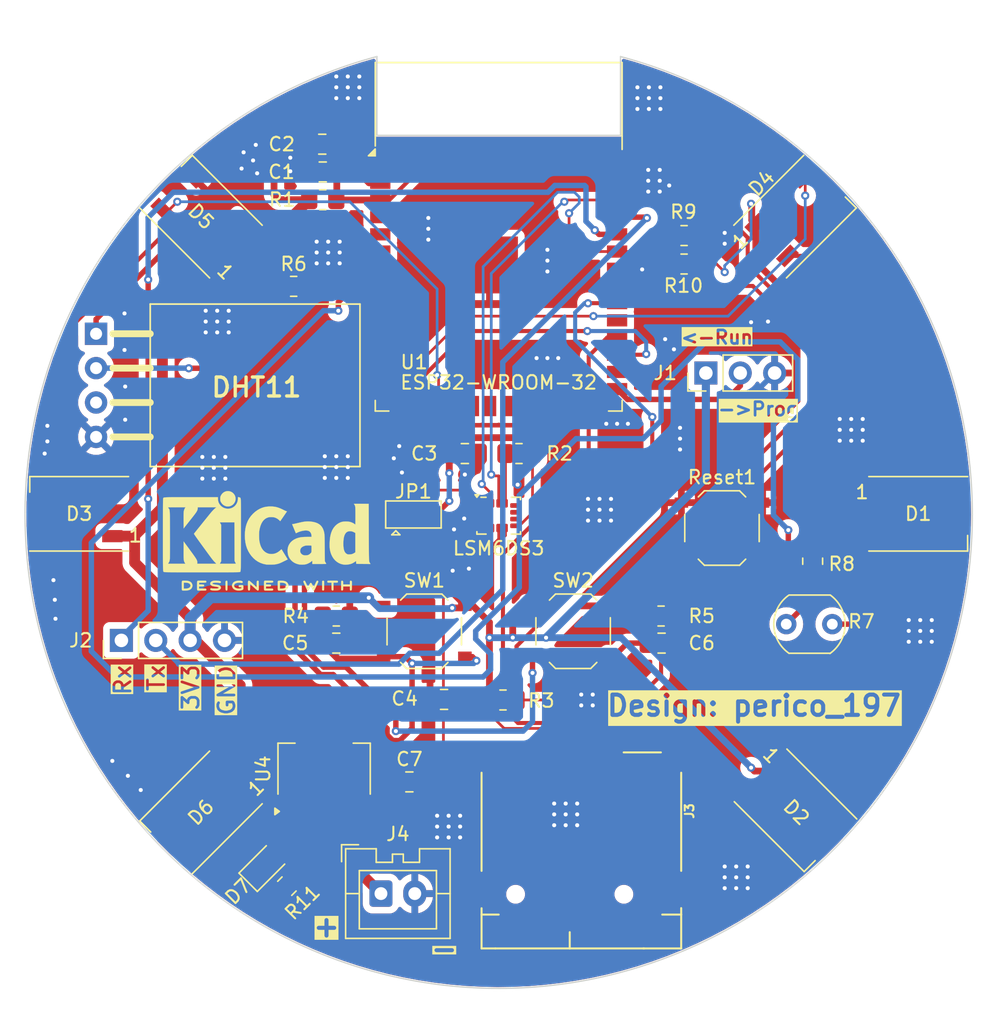
<source format=kicad_pcb>
(kicad_pcb (version 20240108) (generator "pcbnew") (generator_version "8.0")
  (layers (0 "F.Cu" signal) (31 "B.Cu" signal) (34 "B.Paste" user) (35 "F.Paste" user) (36 "B.SilkS" user "B.Silkscreen") (37 "F.SilkS" user "F.Silkscreen") (38 "B.Mask" user) (39 "F.Mask" user) (44 "Edge.Cuts" user))
  (net 0 "")
  (net 1 "/ESP_UART_TX")
  (net 2 "/ESP_Boot")
  (net 6 "/ESP_UART_RX")
  (net 7 "/ESP_EN")
  (net 8 "+3V3")
  (net 17 "GND")
  (net 32 "/MOSI")
  (net 33 "/MISO")
  (net 34 "/SCK")
  (net 35 "/CD_SD")
  (net 36 "Net-(JP1-C)")
  (net 37 "Net-(U2-CS)")
  (net 38 "/SCL")
  (net 39 "/SDA")
  (net 41 "/SW1")
  (net 42 "Net-(D1-DIN)")
  (net 44 "Net-(D3-DOUT)")
  (net 45 "Net-(D3-DIN)")
  (net 46 "Net-(D1-DOUT)")
  (net 47 "/Led_Strip_1")
  (net 48 "/Led_Strip_2")
  (net 49 "/SW2")
  (net 51 "/DHT11_Data")
  (net 52 "/LDR")
  (net 53 "Net-(D7-A)")
  (net 54 "Net-(J4-Pin_1)")
  (footprint "Capacitor_SMD:C_0805_2012Metric_Pad1.18x1.45mm_HandSolder" (layer "F.Cu") (at 96.9625 111.66 180)
    (property "Reference" "C4")
    (property "Value" "0.1uF")
  )
  (footprint "LED_SMD:LED_0805_2012Metric_Pad1.15x1.40mm_HandSolder" (layer "F.Cu") (at 83.8 123.85 45)
    (property "Reference" "D7")
    (property "Value" "LED")
  )
  (footprint "Button_Switch_SMD:SW_Push_1P1T_XKB_TS-1187A" (layer "F.Cu") (at 106.5 106.625)
    (property "Reference" "SW2")
    (property "Value" "SW_Push")
  )
  (footprint "Capacitor_SMD:C_0805_2012Metric_Pad1.18x1.45mm_HandSolder" (layer "F.Cu") (at 98.5 93.5)
    (property "Reference" "C3")
    (property "Value" "0.1uF")
  )
  (footprint "Resistor_SMD:R_0805_2012Metric_Pad1.20x1.40mm_HandSolder" (layer "F.Cu") (at 124.2 101.45 90)
    (property "Reference" "R8")
    (property "Value" "R")
  )
  (footprint "Capacitor_SMD:C_0805_2012Metric_Pad1.18x1.45mm_HandSolder" (layer "F.Cu") (at 89 107.5)
    (property "Reference" "C5")
    (property "Value" "0.1uF")
  )
  (footprint "Package_LGA:LGA-14_3x2.5mm_P0.5mm_LayoutBorder3x4y" (layer "F.Cu") (at 101 98.0875)
    (property "Reference" "U2" (hide yes))
    (property "Value" "LSM6DS3")
  )
  (footprint "Capacitor_SMD:C_0805_2012Metric_Pad1.18x1.45mm_HandSolder" (layer "F.Cu") (at 113.0375 107.5)
    (property "Reference" "C6")
    (property "Value" "0.1uF")
  )
  (footprint "Resistor_SMD:R_0805_2012Metric_Pad1.20x1.40mm_HandSolder" (layer "F.Cu") (at 113 105.5)
    (property "Reference" "R5")
    (property "Value" "R")
  )
  (footprint "Capacitor_SMD:C_0805_2012Metric_Pad1.18x1.45mm_HandSolder" (layer "F.Cu") (at 87.9625 70.65)
    (property "Reference" "C2")
    (property "Value" "0.1uF")
  )
  (footprint "OptoDevice:R_LDR_5.1x4.3mm_P3.4mm_Vertical" (layer "F.Cu") (at 125.65 106.1 180)
    (property "Reference" "R7")
    (property "Value" "LDR07")
  )
  (footprint "Connector_PinHeader_2.54mm:PinHeader_1x04_P2.54mm_Vertical" (layer "F.Cu") (at 73.12 107.3 90)
    (property "Reference" "J2")
    (property "Value" "Conn_01x04_Pin" (hide yes))
  )
  (footprint "Resistor_SMD:R_0805_2012Metric_Pad1.20x1.40mm_HandSolder" (layer "F.Cu") (at 85.35 125.45 45)
    (property "Reference" "R11")
    (property "Value" "R")
  )
  (footprint "Capacitor_SMD:C_0805_2012Metric_Pad1.18x1.45mm_HandSolder" (layer "F.Cu") (at 88 72.7 180)
    (property "Reference" "C1")
    (property "Value" "0.1uF" (hide yes))
  )
  (footprint "Jumper:SolderJumper-3_P1.3mm_Open_Pad1.0x1.5mm" (layer "F.Cu") (at 94.7 98)
    (property "Reference" "JP1")
    (property "Value" "SolderJumper_3_Open" (hide yes))
  )
  (footprint "LED_SMD:LED_WS2812B_PLCC4_5.0x5.0mm_P3.2mm" (layer "F.Cu") (at 122.9 76 45)
    (property "Reference" "D4")
    (property "Value" "WS2812B")
  )
  (footprint "Symbol:KiCad-Logo2_6mm_SilkScreen" (layer "F.Cu") (at 83.85 99.25)
    (property "Reference" "REF**" (hide yes))
    (property "Value" "KiCad-Logo2_6mm_SilkScreen" (hide yes))
  )
  (footprint "Resistor_SMD:R_0805_2012Metric_Pad1.20x1.40mm_HandSolder" (layer "F.Cu") (at 114.7 79.5)
    (property "Reference" "R10")
    (property "Value" "R")
  )
  (footprint "Resistor_SMD:R_0805_2012Metric_Pad1.20x1.40mm_HandSolder" (layer "F.Cu") (at 102.5 93.5)
    (property "Reference" "R2")
    (property "Value" "R")
  )
  (footprint "LED_SMD:LED_WS2812B_PLCC4_5.0x5.0mm_P3.2mm" (layer "F.Cu") (at 132 97.95)
    (property "Reference" "D1")
    (property "Value" "WS2812B")
  )
  (footprint "Connector_PinHeader_2.54mm:PinHeader_1x03_P2.54mm_Vertical" (layer "F.Cu") (at 116.31 87.55 90)
    (property "Reference" "J1")
    (property "Value" "Conn_01x03_Pin" (hide yes))
  )
  (footprint "Esp32Board:Micro SD socket" (layer "F.Cu") (at 106.234969 122.571855 180)
    (property "Reference" "J3")
    (property "Value" "Micro_SD_Card" (hide yes))
  )
  (footprint "Resistor_SMD:R_0805_2012Metric_Pad1.20x1.40mm_HandSolder" (layer "F.Cu") (at 89 105.5)
    (property "Reference" "R4")
    (property "Value" "R")
  )
  (footprint "Resistor_SMD:R_0805_2012Metric_Pad1.20x1.40mm_HandSolder" (layer "F.Cu") (at 88 74.75)
    (property "Reference" "R1")
    (property "Value" "R")
  )
  (footprint "Capacitor_SMD:C_0805_2012Metric_Pad1.18x1.45mm_HandSolder" (layer "F.Cu") (at 94.4 117.75)
    (property "Reference" "C7")
    (property "Value" "0.1uF")
  )
  (footprint "Resistor_SMD:R_0805_2012Metric_Pad1.20x1.40mm_HandSolder" (layer "F.Cu") (at 101.3175 111.7)
    (property "Reference" "R3")
    (property "Value" "R")
  )
  (footprint "RF_Module:ESP32-WROOM-32" (layer "F.Cu") (at 101 80.48)
    (property "Reference" "U1")
    (property "Value" "ESP32-WROOM-32")
  )
  (footprint "Connector_JST:JST_XA_B02B-XASK-1_1x02_P2.50mm_Vertical" (layer "F.Cu") (at 92.3 126)
    (property "Reference" "J4")
    (property "Value" "Conn_01x02_Pin")
  )
  (footprint "LED_SMD:LED_WS2812B_PLCC4_5.0x5.0mm_P3.2mm" (layer "F.Cu") (at 122.934315 119.850862 -45)
    (property "Reference" "D2")
    (property "Value" "WS2812B")
  )
  (footprint "Button_Switch_SMD:SW_Push_1P1T_XKB_TS-1187A" (layer "F.Cu") (at 95.5 106.625)
    (property "Reference" "SW1")
    (property "Value" "SW_Push")
  )
  (footprint "Esp32Board:DHT11" (layer "F.Cu") (at 83 88.46)
    (property "Reference" "U3" (hide yes))
    (property "Value" "DHT11")
  )
  (footprint "Resistor_SMD:R_0805_2012Metric_Pad1.20x1.40mm_HandSolder" (layer "F.Cu") (at 114.7 77.4)
    (property "Reference" "R9")
    (property "Value" "R")
  )
  (footprint "Package_TO_SOT_SMD:SOT-223-3_TabPin2" (layer "F.Cu") (at 88.1 116.8 90)
    (property "Reference" "U4")
    (property "Value" "AMS1117-3.3")
  )
  (footprint "Button_Switch_SMD:SW_Push_1P1T_XKB_TS-1187A" (layer "F.Cu") (at 117.5 99)
    (property "Reference" "Reset1")
    (property "Value" "SW_Push")
  )
  (footprint "Resistor_SMD:R_0805_2012Metric_Pad1.20x1.40mm_HandSolder" (layer "F.Cu") (at 85.85 81.15)
    (property "Reference" "R6")
    (property "Value" "R")
  )
  (footprint "LED_SMD:LED_WS2812B_PLCC4_5.0x5.0mm_P3.2mm" (layer "F.Cu") (at 79 76 135)
    (property "Reference" "D5")
    (property "Value" "WS2812B")
  )
  (footprint "LED_SMD:LED_WS2812B_PLCC4_5.0x5.0mm_P3.2mm" (layer "F.Cu") (at 70 97.95 180)
    (property "Reference" "D3")
    (property "Value" "WS2812B")
  )
  (footprint "LED_SMD:LED_WS2812B_PLCC4_5.0x5.0mm_P3.2mm" (layer "F.Cu") (at 79 120 -135)
    (property "Reference" "D6")
    (property "Value" "WS2812B")
  )
  (gr_arc (start 136 98) (mid 79.669369 125.748949) (end 91.999762 64.176994) (stroke (width 0.1)) (layer "Edge.Cuts"))
  (gr_line (start 110 70) (end 92 70) (stroke (width 0.1)) (layer "Edge.Cuts"))
  (gr_line (start 110 64.1769) (end 110 70) (stroke (width 0.1)) (layer "Edge.Cuts"))
  (gr_arc (start 110.000002 64.176931) (mid 128.748874 76.669272) (end 136 98) (stroke (width 0.1)) (layer "Edge.Cuts"))
  (gr_line (start 92 70) (end 92 64.176932) (stroke (width 0.1)) (layer "Edge.Cuts"))
  (gr_text "Rx" (at 73.92 111.45 90) (layer "F.SilkS" knockout) (effects (font (size 1.2 1.2) (thickness 0.2) (bold yes)) (justify left bottom)))
  (gr_text "-" (at 95.85 130.95 0) (layer "F.SilkS" knockout) (effects (font (size 1.5 1.5) (thickness 0.3) (bold yes)) (justify left bottom)))
  (gr_text "Design: perico_197" (at 108.85 113 0) (layer "F.SilkS" knockout) (effects (font (size 1.5 1.5) (thickness 0.3) (bold yes)) (justify left bottom)))
  (gr_text "<-Run" (at 114.36 85.5 0) (layer "F.SilkS" knockout) (effects (font (size 1 1) (thickness 0.2) (bold yes)) (justify left bottom)))
  (gr_text "GND\n" (at 81.6 112.95 90) (layer "F.SilkS" knockout) (effects (font (size 1.2 1.2) (thickness 0.2) (bold yes)) (justify left bottom)))
  (gr_text "->Prog\n" (at 117.1 90.8 0) (layer "F.SilkS" knockout) (effects (font (size 1 1) (thickness 0.2) (bold yes)) (justify left bottom)))
  (gr_text "+" (at 87.15 129.3 0) (layer "F.SilkS" knockout) (effects (font (size 1.5 1.5) (thickness 0.3) (bold yes)) (justify left bottom)))
  (gr_text "Tx" (at 76.4 111.15 90) (layer "F.SilkS" knockout) (effects (font (size 1.2 1.2) (thickness 0.2) (bold yes)) (justify left bottom)))
  (gr_text "3V3\n" (at 78.95 112.55 90) (layer "F.SilkS" knockout) (effects (font (size 1.2 1.2) (thickness 0.2) (bold yes)) (justify left bottom)))
  (segment (start 111.89 76.04) (end 111.95 76.1) (width 0.4) (layer "F.Cu") (net 1))
  (segment (start 109.75 76.04) (end 111.89 76.04) (width 0.4) (layer "F.Cu") (net 1))
  (via (at 111.95 76.1) (size 0.6) (drill 0.3) (layers "F.Cu" "B.Cu") (net 1))
  (segment (start 101.3 86.75) (end 111.95 76.1) (width 0.4) (layer "B.Cu") (net 1))
  (segment (start 77.35 108.99) (end 75.66 107.3) (width 0.4) (layer "B.Cu") (net 1))
  (segment (start 101.3 103.55) (end 101.3 86.75) (width 0.4) (layer "B.Cu") (net 1))
  (segment (start 96.6 108.25) (end 94.430761 108.25) (width 0.4) (layer "B.Cu") (net 1))
  (segment (start 96.6 108.25) (end 101.3 103.55) (width 0.4) (layer "B.Cu") (net 1))
  (segment (start 94.430761 108.25) (end 93.630761 109.05) (width 0.4) (layer "B.Cu") (net 1))
  (segment (start 93.630761 109.05) (end 77.35 109.05) (width 0.4) (layer "B.Cu") (net 1))
  (segment (start 77.35 109.05) (end 77.35 108.99) (width 0.4) (layer "B.Cu") (net 1))
  (segment (start 75.66 107.3) (end 76.61 108.25) (width 0.4) (layer "B.Cu") (net 1))
  (segment (start 118.85 88.5) (end 118.85 87.55) (width 0.4) (layer "F.Cu") (net 2))
  (segment (start 110.51 89.5) (end 117.85 89.5) (width 0.4) (layer "F.Cu") (net 2))
  (segment (start 109.75 88.74) (end 110.51 89.5) (width 0.4) (layer "F.Cu") (net 2))
  (segment (start 117.85 89.5) (end 118.85 88.5) (width 0.4) (layer "F.Cu") (net 2))
  (segment (start 75.1 96.85) (end 75.1 80.65) (width 0.4) (layer "F.Cu") (net 6))
  (segment (start 108.1 77) (end 108.41 77.31) (width 0.4) (layer "F.Cu") (net 6))
  (segment (start 108.41 77.31) (end 109.75 77.31) (width 0.4) (layer "F.Cu") (net 6))
  (via (at 75.1 80.65) (size 0.6) (drill 0.3) (layers "F.Cu" "B.Cu") (net 6))
  (via (at 75.1 96.85) (size 0.6) (drill 0.3) (layers "F.Cu" "B.Cu") (net 6))
  (via (at 108.1 77) (size 0.6) (drill 0.3) (layers "F.Cu" "B.Cu") (net 6))
  (segment (start 75.1 105.1) (end 73.2 107) (width 0.4) (layer "B.Cu") (net 6))
  (segment (start 108.1 77) (end 107.45 76.35) (width 0.4) (layer "B.Cu") (net 6))
  (segment (start 75.1 80.65) (end 75.1 76.06005) (width 0.4) (layer "B.Cu") (net 6))
  (segment (start 75.1 105.1) (end 75.1 96.85) (width 0.4) (layer "B.Cu") (net 6))
  (segment (start 104.642894 74.2) (end 76.96005 74.2) (width 0.4) (layer "B.Cu") (net 6))
  (segment (start 107.35 73.7) (end 105.142894 73.7) (width 0.4) (layer "B.Cu") (net 6))
  (segment (start 107.45 76.35) (end 107.45 73.8) (width 0.4) (layer "B.Cu") (net 6))
  (segment (start 75.15 96.8) (end 75.1 96.85) (width 0.4) (layer "B.Cu") (net 6))
  (segment (start 76.96005 74.2) (end 75.1 76.06005) (width 0.4) (layer "B.Cu") (net 6))
  (segment (start 105.142894 73.7) (end 104.642894 74.2) (width 0.4) (layer "B.Cu") (net 6))
  (segment (start 107.45 73.8) (end 107.35 73.7) (width 0.4) (layer "B.Cu") (net 6))
  (segment (start 119.400862 77.550862) (end 112.85 71) (width 0.3) (layer "F.Cu") (net 7))
  (segment (start 112.85 71) (end 96.69 71) (width 0.3) (layer "F.Cu") (net 7))
  (segment (start 92.92 74.77) (end 92.25 74.77) (width 0.3) (layer "F.Cu") (net 7))
  (segment (start 124.55 84.748528) (end 119.400862 79.59939) (width 0.3) (layer "F.Cu") (net 7))
  (segment (start 114.5 100.875) (end 120.5 100.875) (width 0.3) (layer "F.Cu") (net 7))
  (segment (start 89.0375 72.7) (end 89.0375 74.7125) (width 0.5) (layer "F.Cu") (net 7))
  (segment (start 96.69 71) (end 92.92 74.77) (width 0.3) (layer "F.Cu") (net 7))
  (segment (start 114.5 100.875) (end 124.55 90.825) (width 0.3) (layer "F.Cu") (net 7))
  (segment (start 119.400862 79.59939) (end 119.400862 77.550862) (width 0.3) (layer "F.Cu") (net 7))
  (segment (start 124.55 90.825) (end 124.55 84.748528) (width 0.3) (layer "F.Cu") (net 7))
  (segment (start 89.02 74.77) (end 89 74.75) (width 0.5) (layer "F.Cu") (net 7))
  (segment (start 89.0375 74.7125) (end 89 74.75) (width 0.5) (layer "F.Cu") (net 7))
  (segment (start 92.25 74.77) (end 89.02 74.77) (width 0.5) (layer "F.Cu") (net 7))
  (segment (start 88.975 68.6) (end 86.925 70.65) (width 0.5) (layer "F.Cu") (net 8))
  (segment (start 102.325 92.325) (end 98.6375 92.325) (width 0.5) (layer "F.Cu") (net 8))
  (segment (start 88.1 119.95) (end 88.1 116.4) (width 0.8) (layer "F.Cu") (net 8))
  (segment (start 79.565685 78.899138) (end 82.35 78.899138) (width 0.8) (layer "F.Cu") (net 8))
  (segment (start 84.642893 126.157107) (end 87.942893 126.157107) (width 0.4) (layer "F.Cu") (net 8))
  (segment (start 119.901724 116.951724) (end 119.65 116.7) (width 0.5) (layer "F.Cu") (net 8))
  (segment (start 132.7 89.2) (end 132.7 95) (width 0.5) (layer "F.Cu") (net 8))
  (segment (start 100.3175 111.7) (end 100.3175 107.1) (width 0.5) (layer "F.Cu") (net 8))
  (segment (start 102.525432 98.8375) (end 103.5 97.862932) (width 0.2) (layer "F.Cu") (net 8))
  (segment (start 102.1625 98.8375) (end 102.525432 98.8375) (width 0.2) (layer "F.Cu") (net 8))
  (segment (start 78.2 107.3) (end 78.2 106.03) (width 0.8) (layer "F.Cu") (net 8))
  (segment (start 100.3175 112.7175) (end 100.3175 111.7) (width 0.2) (layer "F.Cu") (net 8))
  (segment (start 101.4 113.8) (end 100.3175 112.7175) (width 0.2) (layer "F.Cu") (net 8))
  (segment (start 104.850001 113.8) (end 101.4 113.8) (width 0.2) (layer "F.Cu") (net 8))
  (segment (start 115.7 79.5) (end 115.7 77.4) (width 0.2) (layer "F.Cu") (net 8))
  (segment (start 84.4 74.4) (end 84.75 74.75) (width 0.5) (layer "F.Cu") (net 8))
  (segment (start 119.7 75.1) (end 119.65 75.05) (width 0.5) (layer "F.Cu") (net 8))
  (segment (start 102.04038 107.09038) (end 102.04038 105.75962) (width 0.5) (layer "F.Cu") (net 8))
  (segment (start 84.4 71.35) (end 84.4 74.4) (width 0.5) (layer "F.Cu") (net 8))
  (segment (start 91.1 73.18) (end 91.1 69.6) (width 0.5) (layer "F.Cu") (net 8))
  (segment (start 91.4 104.2) (end 91.95 104.75) (width 0.4) (layer "F.Cu") (net 8))
  (segment (start 97.35 94.95) (end 97.35 93.6125) (width 0.5) (layer "F.Cu") (net 8))
  (segment (start 74.1 99.55) (end 76.15 97.5) (width 0.8) (layer "F.Cu") (net 8))
  (segment (start 106.150001 115.1) (end 104.850001 113.8) (width 0.2) (layer "F.Cu") (net 8))
  (segment (start 99.1 104.75) (end 98.5 104.75) (width 0.5) (layer "F.Cu") (net 8))
  (segment (start 132.7 95) (end 131.35 96.35) (width 0.5) (layer "F.Cu") (net 8))
  (segment (start 82.850862 78.899138) (end 87 74.75) (width 0.8) (layer "F.Cu") (net 8))
  (segment (start 99.556249 100.256249) (end 99.462499 100.35) (width 0.2) (layer "F.Cu") (net 8))
  (segment (start 106.150001 115.55) (end 106.150001 115.1) (width 0.2) (layer "F.Cu") (net 8))
  (segment (start 96 98) (end 96 100.35) (width 0.4) (layer "F.Cu") (net 8))
  (segment (start 104.5 107.1) (end 106.85 104.75) (width 0.5) (layer "F.Cu") (net 8))
  (segment (start 119.7 76.264823) (end 119.7 75.1) (width 0.5) (layer "F.Cu") (net 8))
  (segment (start 129.6 96.35) (end 129.55 96.3) (width 0.5) (layer "F.Cu") (net 8))
  (segment (start 122.65 117.233094) (end 122.36863 116.951724) (width 0.5) (layer "F.Cu") (net 8))
  (segment (start 120.000862 79.350862) (end 122.274264 81.624264) (width 0.5) (layer "F.Cu") (net 8))
  (segment (start 127.465222 106.1) (end 128.065222 105.5) (width 0.4) (layer "F.Cu") (net 8))
  (segment (start 88.1 126) (end 88.1 119.95) (width 0.4) (layer "F.Cu") (net 8))
  (segment (start 78.28 105.73) (end 74.1 101.55) (width 0.8) (layer "F.Cu") (net 8))
  (segment (start 81.899138 119.434315) (end 84.933453 116.4) (width 0.8) (layer "F.Cu") (net 8))
  (segment (start 86.925 70.65) (end 85.1 70.65) (width 0.5) (layer "F.Cu") (net 8))
  (segment (start 100.215032 111.802468) (end 100.3175 111.7) (width 0.5) (layer "F.Cu") (net 8))
  (segment (start 74.1 101.55) (end 74.1 99.55) (width 0.8) (layer "F.Cu") (net 8))
  (segment (start 117.1 79.5) (end 117.7 80.1) (width 0.2) (layer "F.Cu") (net 8))
  (segment (start 91.95 104.75) (end 92.5 104.75) (width 0.4) (layer "F.Cu") (net 8))
  (segment (start 129.55 96.3) (end 128.065222 97.784778) (width 0.5) (layer "F.Cu") (net 8))
  (segment (start 92.25 73.5) (end 91.42 73.5) (width 0.5) (layer "F.Cu") (net 8))
  (segment (start 83.35 81.15) (end 82.35 80.15) (width 0.4) (layer "F.Cu") (net 8))
  (segment (start 88.1 116.4) (end 88.1 113.65) (width 0.8) (layer "F.Cu") (net 8))
  (segment (start 99.462499 100.35) (end 96 100.35) (width 0.2) (layer "F.Cu") (net 8))
  (segment (start 81.899138 110.619138) (end 78.28 107) (width 0.8) (layer "F.Cu") (net 8))
  (segment (start 103.05 104.75) (end 103.5 104.75) (width 0.5) (layer "F.Cu") (net 8))
  (segment (start 97.565032 104.9) (end 98.35 104.9) (width 0.5) (layer "F.Cu") (net 8))
  (segment (start 131.35 96.35) (end 129.6 96.35) (width 0.5) (layer "F.Cu") (net 8))
  (segment (start 88.1 113.65) (end 89.2625 113.65) (width 0.8) (layer "F.Cu") (net 8))
  (segment (start 74.05 99.6) (end 74.1 99.55) (width 0.8) (layer "F.Cu") (net 8))
  (segment (start 98.6375 92.325) (end 97.4625 93.5) (width 0.5) (layer "F.Cu") (net 8))
  (segment (start 91.1 69.6) (end 90.1 68.6) (width 0.5) (layer "F.Cu") (net 8))
  (segment (start 122.36863 116.951724) (end 119.901724 116.951724) (width 0.5) (layer "F.Cu") (net 8))
  (segment (start 98 111.66) (end 100.2775 111.66) (width 0.5) (layer "F.Cu") (net 8))
  (segment (start 75.931623 78.899138) (end 79.565685 78.899138) (width 0.4) (layer "F.Cu") (net 8))
  (segment (start 96 100.35) (end 96 102.25) (width 0.4) (layer "F.Cu") (net 8))
  (segment (start 100.3175 105.9675) (end 99.1 104.75) (width 0.5) (layer "F.Cu") (net 8))
  (segment (start 71.25 84.65) (end 71.25 83.580761) (width 0.4) (layer "F.Cu") (net 8))
  (segment (start 96 102.25) (end 98.5 104.75) (width 0.4) (layer "F.Cu") (net 8))
  (segment (start 128.065222 105.5) (end 128.065222 116.234778) (width 0.5) (layer "F.Cu") (net 8))
  (segment (start 89.2625 113.65) (end 93.3625 117.75) (width 0.8) (layer "F.Cu") (net 8))
  (segment (start 103.5 93.5) (end 102.325 92.325) (width 0.5) (layer "F.Cu") (net 8))
  (segment (start 100.2775 111.66) (end 100.3175 111.7) (width 0.5) (layer "F.Cu") (net 8))
  (segment (start 84.85 81.15) (end 83.35 81.15) (width 0.4) (layer "F.Cu") (net 8))
  (segment (start 91.4 104.15) (end 91.4 104.2) (width 0.4) (layer "F.Cu") (net 8))
  (segment (start 72.45 99.6) (end 74.05 99.6) (width 0.8) (layer "F.Cu") (net 8))
  (segment (start 96.35 98) (end 96 98) (width 0.4) (layer "F.Cu") (net 8))
  (segment (start 76.15 82.314823) (end 79.565685 78.899138) (width 0.8) (layer "F.Cu") (net 8))
  (segment (start 81.899138 119.434315) (end 81.899138 110.619138) (width 0.8) (layer "F.Cu") (net 8))
  (segment (start 103.5 97.862932) (end 103.5 93.5) (width 0.2) (layer "F.Cu") (net 8))
  (segment (start 128.065222 116.234778) (end 127.066906 117.233094) (width 0.5) (layer "F.Cu") (net 8))
  (segment (start 87.942893 126.157107) (end 88.1 126) (width 0.4) (layer "F.Cu") (net 8))
  (segment (start 82.35 80.15) (end 82.35 78.899138) (width 0.4) (layer "F.Cu") (net 8))
  (segment (start 128.065222 97.784778) (end 128.065222 105.5) (width 0.5) (layer "F.Cu") (net 8))
  (segment (start 106.85 104.75) (end 109.5 104.75) (width 0.5) (layer "F.Cu") (net 8))
  (segment (start 115.7 79.5) (end 117.1 79.5) (width 0.2) (layer "F.Cu") (net 8))
  (segment (start 125.65 106.1) (end 127.465222 106.1) (width 0.4) (layer "F.Cu") (net 8))
  (segment (start 122.274264 81.624264) (end 125.124264 81.624264) (width 0.5) (layer "F.Cu") (net 8))
  (segment (start 84.933453 116.4) (end 88.1 116.4) (width 0.8) (layer "F.Cu") (net 8))
  (segment (start 84.75 74.75) (end 87 74.75) (width 0.5) (layer "F.Cu") (net 8))
  (segment (start 97.35 97) (end 96.35 98) (width 0.4) (layer "F.Cu") (net 8))
  (segment (start 97.35 93.6125) (end 97.4625 93.5) (width 0.5) (layer "F.Cu") (net 8))
  (segment (start 100.499999 99.3125) (end 99.556249 100.256249) (width 0.2) (layer "F.Cu") (net 8))
  (segment (start 120.000862 76.565685) (end 120.000862 79.350862) (width 0.5) (layer "F.Cu") (net 8))
  (segment (start 127.066906 117.233094) (end 122.65 117.233094) (width 0.5) (layer "F.Cu") (net 8))
  (segment (start 91.42 73.5) (end 91.1 73.18) (width 0.5) (layer "F.Cu") (net 8))
  (segment (start 82.35 78.899138) (end 82.850862 78.899138) (width 0.8) (layer "F.Cu") (net 8))
  (segment (start 85.1 70.65) (end 84.4 71.35) (width 0.5) (layer "F.Cu") (net 8))
  (segment (start 76.15 97.5) (end 76.15 82.314823) (width 0.8) (layer "F.Cu") (net 8))
  (segment (start 120.000862 76.565685) (end 119.7 76.264823) (width 0.5) (layer "F.Cu") (net 8))
  (segment (start 100.5 99) (end 100.499999 99.3125) (width 0.2) (layer "F.Cu") (net 8))
  (segment (start 100.3175 107.1) (end 100.3175 105.9675) (width 0.5) (layer "F.Cu") (net 8))
  (segment (start 71.25 83.580761) (end 75.931623 78.899138) (width 0.4) (layer "F.Cu") (net 8))
  (segment (start 98.35 104.9) (end 98.5 104.75) (width 0.5) (layer "F.Cu") (net 8))
  (segment (start 125.124264 81.624264) (end 132.7 89.2) (width 0.5) (layer "F.Cu") (net 8))
  (segment (start 90.1 68.6) (end 88.975 68.6) (width 0.5) (layer "F.Cu") (net 8))
  (segment (start 102.04038 105.75962) (end 103.05 104.75) (width 0.5) (layer "F.Cu") (net 8))
  (via (at 97.35 94.95) (size 0.6) (drill 0.3) (layers "F.Cu" "B.Cu") (net 8))
  (via (at 97.565032 104.9) (size 0.6) (drill 0.3) (layers "F.Cu" "B.Cu") (net 8))
  (via (at 102.04038 107.09038) (size 0.6) (drill 0.3) (layers "F.Cu" "B.Cu") (net 8))
  (via (at 97.35 97) (size 0.6) (drill 0.3) (layers "F.Cu" "B.Cu") (net 8))
  (via (at 104.5 107.1) (size 0.6) (drill 0.3) (layers "F.Cu" "B.Cu") (net 8))
  (via (at 119.65 75.05) (size 0.6) (drill 0.3) (layers "F.Cu" "B.Cu") (net 8))
  (via (at 91.4 104.15) (size 0.6) (drill 0.3) (layers "F.Cu" "B.Cu") (net 8))
  (via (at 100.3175 107.1) (size 0.6) (drill 0.3) (layers "F.Cu" "B.Cu") (net 8))
  (via (at 119.65 116.7) (size 0.6) (drill 0.3) (layers "F.Cu" "B.Cu") (net 8))
  (via (at 117.7 80.1) (size 0.6) (drill 0.3) (layers "F.Cu" "B.Cu") (net 8))
  (segment (start 116.31 87.55) (end 116.31 95.29) (width 0.6) (layer "B.Cu") (net 8))
  (segment (start 97.515032 104.95) (end 97.565032 104.9) (width 0.5) (layer "B.Cu") (net 8))
  (segment (start 91.4 104.15) (end 79.72 104.15) (width 0.8) (layer "B.Cu") (net 8))
  (segment (start 97.35 94.95) (end 97.35 97) (width 0.4) (layer "B.Cu") (net 8))
  (segment (start 79.42 104.45) (end 78.2 105.67) (width 0.8) (layer "B.Cu") (net 8))
  (segment (start 119.65 77.672182) (end 119.65 75.05) (width 0.2) (layer "B.Cu") (net 8))
  (segment (start 104.5 107.1) (end 100.3175 107.1) (width 0.5) (layer "B.Cu") (net 8))
  (segment (start 119.65 116.7) (end 110.05 107.1) (width 0.5) (layer "B.Cu") (net 8))
  (segment (start 117.7 79.622182) (end 119.65 77.672182) (width 0.2) (layer "B.Cu") (net 8))
  (segment (start 117.7 80.1) (end 117.7 79.622182) (width 0.2) (layer "B.Cu") (net 8))
  (segment (start 91.4 104.15) (end 92.2 104.95) (width 0.5) (layer "B.Cu") (net 8))
  (segment (start 116.31 95.29) (end 104.5 107.1) (width 0.6) (layer "B.Cu") (net 8))
  (segment (start 92.2 104.95) (end 97.515032 104.95) (width 0.5) (layer "B.Cu") (net 8))
  (segment (start 78.2 105.67) (end 78.2 107.3) (width 0.8) (layer "B.Cu") (net 8))
  (segment (start 79.72 104.15) (end 79.42 104.45) (width 0.8) (layer "B.Cu") (net 8))
  (segment (start 110.05 107.1) (end 104.5 107.1) (width 0.5) (layer "B.Cu") (net 8))
  (segment (start 98.9125 97.8375) (end 98.45 98.3) (width 0.2) (layer "F.Cu") (net 17))
  (segment (start 89 70.65) (end 89 70.6625) (width 0.5) (layer "F.Cu") (net 17))
  (segment (start 101.5 99) (end 101.5 99.55) (width 0.2) (layer "F.Cu") (net 17))
  (segment (start 99.5375 93.5) (end 99.5375 94.0125) (width 1) (layer "F.Cu") (net 17))
  (segment (start 98.4875 98.3375) (end 98.45 98.3) (width 0.2) (layer "F.Cu") (net 17))
  (segment (start 101 100.05) (end 101 99) (width 0.2) (layer "F.Cu") (net 17))
  (segment (start 95.29 89.99) (end 95.29 91.31) (width 1) (layer "F.Cu") (net 17))
  (segment (start 103.950001 118.200001) (end 105.1 119.35) (width 0.4) (layer "F.Cu") (net 17))
  (segment (start 99.8375 97.8375) (end 98.9125 97.8375) (width 0.2) (layer "F.Cu") (net 17))
  (segment (start 87 72.65) (end 85.6 72.65) (width 0.5) (layer "F.Cu") (net 17))
  (segment (start 89 70.65) (end 87 72.65) (width 0.5) (layer "F.Cu") (net 17))
  (segment (start 99.5375 94.0125) (end 98.5 95.05) (width 1) (layer "F.Cu") (net 17))
  (segment (start 101.5 99.55) (end 101 100.05) (width 0.2) (layer "F.Cu") (net 17))
  (segment (start 99.8375 98.3375) (end 98.4875 98.3375) (width 0.2) (layer "F.Cu") (net 17))
  (segment (start 95.29 91.31) (end 93.65 92.95) (width 1) (layer "F.Cu") (net 17))
  (segment (start 103.950001 115.55) (end 103.950001 118.200001) (width 0.4) (layer "F.Cu") (net 17))
  (via (at 112.1 68.05) (size 0.6) (drill 0.3) (layers "F.Cu" "B.Cu") (net 17))
  (via (at 93.25 93.85) (size 0.6) (drill 0.3) (layers "F.Cu" "B.Cu") (net 17))
  (via (at 88.4 79.45) (size 0.6) (drill 0.3) (layers "F.Cu" "B.Cu") (net 17))
  (via (at 107.6 96.85) (size 0.6) (drill 0.3) (layers "F.Cu" "B.Cu") (net 17))
  (via (at 95.8 76.9) (size 0.6) (drill 0.3) (layers "F.Cu" "B.Cu") (net 17))
  (via (at 85.6 72.65) (size 0.6) (drill 0.3) (layers "F.Cu" "B.Cu") (net 17))
  (via (at 108.45 98.45) (size 0.6) (drill 0.3) (layers "F.Cu" "B.Cu") (net 17))
  (via (at 108.45 97.65) (size 0.6) (drill 0.3) (layers "F.Cu" "B.Cu") (net 17))
  (via (at 105.95 119.35) (size 0.6) (drill 0.3) (layers "F.Cu" "B.Cu") (net 17))
  (via (at 98.15 121.05) (size 0.6) (drill 0.3) (layers "F.Cu" "B.Cu") (net 17))
  (via (at 97.3 120.25) (size 0.6) (drill 0.3) (layers "F.Cu" "B.Cu") (net 17))
  (via (at 104.6 80.05) (size 0.6) (drill 0.3) (layers "F.Cu" "B.Cu") (net 17))
  (via (at 87.55 78.65) (size 0.6) (drill 0.3) (layers "F.Cu" "B.Cu") (net 17))
  (via (at 79.1 93.75) (size 0.6) (drill 0.3) (layers "F.Cu" "B.Cu") (net 17))
  (via (at 88.15 93.7) (size 0.6) (drill 0.3) (layers "F.Cu" "B.Cu") (net 17))
  (via (at 133 106.6) (size 0.6) (drill 0.3) (layers "F.Cu" "B.Cu") (net 17))
  (via (at 89.85 93.7) (size 0.6) (drill 0.3) (layers "F.Cu" "B.Cu") (net 17))
  (via (at 97.3 121.05) (size 0.6) (drill 0.3) (layers "F.Cu" "B.Cu") (net 17))
  (via (at 107.6 97.65) (size 0.6) (drill 0.3) (layers "F.Cu" "B.Cu") (net 17))
  (via (at 68.25 105.7) (size 0.6) (drill 0.3) (layers "F.Cu" "B.Cu") (net 17))
  (via (at 90.7 65.65) (size 0.6) (drill 0.3) (layers "F.Cu" "B.Cu") (net 17))
  (via (at 119.4 125.6) (size 0.6) (drill 0.3) (layers "F.Cu" "B.Cu") (net 17))
  (via (at 131.3 106.6) (size 0.6) (drill 0.3) (layers "F.Cu" "B.Cu") (net 17))
  (via (at 93.65 92.95) (size 0.6) (drill 0.3) (layers "F.Cu" "B.Cu") (net 17))
  (via (at 89.25 78.65) (size 0.6) (drill 0.3) (layers "F.Cu" "B.Cu") (net 17))
  (via (at 104.6 78.45) (size 0.6) (drill 0.3) (layers "F.Cu" "B.Cu") (net 17))
  (via (at 88.4 78.65) (size 0.6) (drill 0.3) (layers "F.Cu" "B.Cu") (net 17))
  (via (at 127.05 91.75) (size 0.6) (drill 0.3) (layers "F.Cu" "B.Cu") (net 17))
  (via (at 79.95 93.75) (size 0.6) (drill 0.3) (layers "F.Cu" "B.Cu") (net 17))
  (via (at 89.85 66.45) (size 0.6) (drill 0.3) (layers "F.Cu" "B.Cu") (net 17))
  (via (at 109.3 97.65) (size 0.6) (drill 0.3) (layers "F.Cu" "B.Cu") (net 17))
  (via (at 98.5 95.05) (size 0.6) (drill 0.3) (layers "F.Cu" "B.Cu") (net 17))
  (via (at 89 66.45) (size 0.6) (drill 0.3) (layers "F.Cu" "B.Cu") (net 17))
  (via (at 107.95 112.1) (size 0.6) (drill 0.3) (layers "F.Cu" "B.Cu") (net 17))
  (via (at 68.2 104.3) (size 0.6) (drill 0.3) (layers "F.Cu" "B.Cu") (net 17))
  (via (at 112.1 67.25) (size 0.6) (drill 0.3) (layers "F.Cu" "B.Cu") (net 17))
  (via (at 117.7 124) (size 0.6) (drill 0.3) (layers "F.Cu" "B.Cu") (net 17))
  (via (at 117.7 78) (size 0.6) (drill 0.3) (layers "F.Cu" "B.Cu") (net 17))
  (via (at 111.6 79.9) (size 0.6) (drill 0.3) (layers "F.Cu" "B.Cu") (net 17))
  (via (at 80.2 83.75) (size 0.6) (drill 0.3) (layers "F.Cu" "B.Cu") (net 17))
  (via (at 89 95.3) (size 0.6) (drill 0.3) (layers "F.Cu" "B.Cu") (net 17))
  (via (at 105.95 120.15) (size 0.6) (drill 0.3) (layers "F.Cu" "B.Cu") (net 17))
  (via (at 112.05 73.35) (size 0.6) (drill 0.3) (layers "F.Cu" "B.Cu") (net 17))
  (via (at 118.55 124.8) (size 0.6) (drill 0.3) (layers "F.Cu" "B.Cu") (net 17))
  (via (at 131.3 107.4) (size 0.6) (drill 0.3) (layers "F.Cu" "B.Cu") (net 17))
  (via (at 96.45 121.05) (size 0.6) (drill 0.3) (layers "F.Cu" "B.Cu") (net 17))
  (via (at 89.25 79.45) (size 0.6) (drill 0.3) (layers "F.Cu" "B.Cu") (net 17))
  (via (at 67.45 93.5) (size 0.6) (drill 0.3) (layers "F.Cu" "B.Cu") (net 17))
  (via (at 126.2 92.55) (size 0.6) (drill 0.3) (layers "F.Cu" "B.Cu") (net 17))
  (via (at 111.25 67.25) (size 0.6) (drill 0.3) (layers "F.Cu" "B.Cu") (net 17))
  (via (at 105.1 120.15) (size 0.6) (drill 0.3) (layers "F.Cu" "B.Cu") (net 17))
  (via (at 80.2 82.95) (size 0.6) (drill 0.3) (layers "F.Cu" "B.Cu") (net 17))
  (via (at 80.2 84.55) (size 0.6) (drill 0.3) (layers "F.Cu" "B.Cu") (net 17))
  (via (at 89 93.7) (size 0.6) (drill 0.3) (layers "F.Cu" "B.Cu") (net 17))
  (via (at 109.3 96.85) (size 0.6) (drill 0.3) (layers "F.Cu" "B.Cu") (net 17))
  (via (at 111.25 68.05) (size 0.6) (drill 0.3) (layers "F.Cu" "B.Cu") (net 17))
  (via (at 114.4 93.2) (size 0.6) (drill 0.3) (layers "F.Cu" "B.Cu") (net 17))
  (via (at 106.8 120.95) (size 0.6) (drill 0.3) (layers "F.Cu" "B.Cu") (net 17))
  (via (at 83.05 70.7) (size 0.6) (drill 0.3) (layers "F.Cu" "B.Cu") (net 17))
  (via (at 98.15 121.85) (size 0.6) (drill 0.3) (layers "F.Cu" "B.Cu") (net 17))
  (via (at 79.1 94.55) (size 0.6) (drill 0.3) (layers "F.Cu" "B.Cu") (net 17))
  (via (at 133 105.8) (size 0.6) (drill 0.3) (layers "F.Cu" "B.Cu") (net 17))
  (via (at 107.1 111.3) (size 0.6) (drill 0.3) (layers "F.Cu" "B.Cu") (net 17))
  (via (at 112.9 73.35) (size 0.6) (drill 0.3) (layers "F.Cu" "B.Cu") (net 17))
  (via (at 90.7 67.25) (size 0.6) (drill 0.3) (layers "F.Cu" "B.Cu") (net 17))
  (via (at 131.3 105.8) (size 0.6) (drill 0.3) (layers "F.Cu" "B.Cu") (net 17))
  (via (at 81.05 82.95) (size 0.6) (drill 0.3) (layers "F.Cu" "B.Cu") (net 17))
  (via (at 119.65 83.8) (size 0.6) (drill 0.3) (layers "F.Cu" "B.Cu") (net 17))
  (via (at 80.8 93.75) (size 0.6) (drill 0.3) (layers "F.Cu" "B.Cu") (net 17))
  (via (at 93.85 94.9) (size 0.6) (drill 0.3) (layers "F.Cu" "B.Cu") (net 17))
  (via (at 117.7 125.6) (size 0.6) (drill 0.3) (layers "F.Cu" "B.Cu") (net 17))
  (via (at 103.8 86.45) (size 0.6) (drill 0.3) (layers "F.Cu" "B.Cu") (net 17))
  (via (at 127.05 92.55) (size 0.6) (drill 0.3) (layers "F.Cu" "B.Cu") (net 17))
  (via (at 95.8 77.7) (size 0.6) (drill 0.3) (layers "F.Cu" "B.Cu") (net 17))
  (via (at 68.1 102.85) (size 0.6) (drill 0.3) (layers "F.Cu" "B.Cu") (net 17))
  (via (at 105.1 119.35) (size 0.6) (drill 0.3) (layers "F.Cu" "B.Cu") (net 17))
  (via (at 80.8 94.55) (size 0.6) (drill 0.3) (layers "F.Cu" "B.Cu") (net 17))
  (via (at 73.6 117.3) (size 0.6) (drill 0.3) (layers "F.Cu" "B.Cu") (net 17))
  (via (at 79.35 82.95) (size 0.6) (drill 0.3) (layers "F.Cu" "B.Cu") (net 17))
  (via (at 82 72.45) (size 0.6) (drill 0.3) (layers "F.Cu" "B.Cu") (net 17))
  (via (at 72.45 116.2) (size 0.6) (drill 0.3) (layers "F.Cu" "B.Cu") (net 17))
  (via (at 89.25 77.85) (size 0.6) (drill 0.3) (layers "F.Cu" "B.Cu") (net 17))
  (via (at 113.3 85.05) (size 0.6) (drill 0.3) (layers "F.Cu" "B.Cu") (net 17))
  (via (at 118.55 124) (size 0.6) (drill 0.3) (layers "F.Cu" "B.Cu") (net 17))
  (via (at 89 67.25) (size 0.6) (drill 0.3) (layers "F.Cu" "B.Cu") (net 17))
  (via (at 82.15 71.25) (size 0.6) (drill 0.3) (layers "F.Cu" "B.Cu") (net 17))
  (via (at 88.15 94.5) (size 0.6) (drill 0.3) (layers "F.Cu" "B.Cu") (net 17))
  (via (at 133 107.4) (size 0.6) (drill 0.3) (layers "F.Cu" "B.Cu") (net 17))
  (via (at 104.6 79.25) (size 0.6) (drill 0.3) (layers "F.Cu" "B.Cu") (net 17))
  (via (at 79.35 83.75) (size 0.6) (drill 0.3) (layers "F.Cu" "B.Cu") (net 17))
  (via (at 88.15 95.3) (size 0.6) (drill 0.3) (layers "F.Cu" "B.Cu") (net 17))
  (via (at 97.3 121.85) (size 0.6) (drill 0.3) (layers "F.Cu" "B.Cu") (net 17))
  (via (at 112.05 72.55) (size 0.6) (drill 0.3) (layers "F.Cu" "B.Cu") (net 17))
  (via (at 107.6 98.45) (size 0.6) (drill 0.3) (layers "F.Cu" "B.Cu") (net 17))
  (via (at 98.8 102) (size 0.6) (drill 0.3) (layers "F.Cu" "B.Cu") (net 17))
  (via (at 105.1 120.95) (size 0.6) (drill 0.3) (layers "F.Cu" "B.Cu") (net 17))
  (via (at 105.4 86.45) (size 0.6) (drill 0.3) (layers "F.Cu" "B.Cu") (net 17))
  (via (at 67.65 92.6) (size 0.6) (drill 0.3) (layers "F.Cu" "B.Cu") (net 17))
  (via (at 132.15 107.4) (size 0.6) (drill 0.3) (layers "F.Cu" "B.Cu") (net 17))
  (via (at 79.95 95.35) (size 0.6) (drill 0.3) (layers "F.Cu" "B.Cu") (net 17))
  (via (at 89.85 95.3) (size 0.6) (drill 0.3) (layers "F.Cu" "B.Cu") (net 17))
  (via (at 96.45 121.85) (size 0.6) (drill 0.3) (layers "F.Cu" "B.Cu") (net 17))
  (via (at 127.9 91.75) (size 0.6) (drill 0.3) (layers "F.Cu" "B.Cu") (net 17))
  (via (at 98.45 98.3) (size 0.6) (drill 0.3) (layers "F.Cu" "B.Cu") (net 17))
  (via (at 112.95 66.45) (size 0.6) (drill 0.3) (layers "F.Cu" "B.Cu") (net 17))
  (via (at 97.7 99.1) (size 0.6) (drill 0.3) (layers "F.Cu" "B.Cu") (net 17))
  (via (at 80.8 95.35) (size 0.6) (drill 0.3) (layers "F.Cu" "B.Cu") (net 17))
  (via (at 82.85 71.85) (size 0.6) (drill 0.3) (layers "F.Cu" "B.Cu") (net 17))
  (via (at 112.9 74.15) (size 0.6) (drill 0.3) (layers "F.Cu" "B.Cu") (net 17))
  (via (at 112.05 74.15) (size 0.6) (drill 0.3) (layers "F.Cu" "B.Cu") (net 17))
  (via (at 81.05 83.75) (size 0.6) (drill 0.3) (layers "F.Cu" "B.Cu") (net 17))
  (via (at 132.15 106.6) (size 0.6) (drill 0.3) (layers "F.Cu" "B.Cu") (net 17))
  (via (at 89.85 67.25) (size 0.6) (drill 0.3) (layers "F.Cu" "B.Cu") (net 17))
  (via (at 109.3 98.45) (size 0.6) (drill 0.3) (layers "F.Cu" "B.Cu") (net 17))
  (via (at 110.55 91.3) (size 0.6) (drill 0.3) (layers "F.Cu" "B.Cu") (net 17))
  (via (at 89 94.5) (size 0.6) (drill 0.3) (layers "F.Cu" "B.Cu") (net 17))
  (via (at 87.55 79.45) (size 0.6) (drill 0.3) (layers "F.Cu" "B.Cu") (net 17))
  (via (at 81.05 84.55) (size 0.6) (drill 0.3) (layers "F.Cu" "B.Cu") (net 17))
  (via (at 89.85 65.65) (size 0.6) (drill 0.3) (layers "F.Cu" "B.Cu") (net 17))
  (via (at 108.95 91.3) (size 0.6) (drill 0.3) (layers "F.Cu" "B.Cu") (net 17))
  (via (at 88.4 77.85) (size 0.6) (drill 0.3) (layers "F.Cu" "B.Cu") (net 17))
  (via (at 104.6 86.45) (size 0.6) (drill 0.3) (layers "F.Cu" "B.Cu") (net 17))
  (via (at 107.95 111.3) (size 0.6) (drill 0.3) (layers "F.Cu" "B.Cu") (net 17))
  (via (at 106.8 120.15) (size 0.6) (drill 0.3) (layers "F.Cu" "B.Cu") (net 17))
  (via (at 112.95 67.25) (size 0.6) (drill 0.3) (layers "F.Cu" "B.Cu") (net 17))
  (via (at 114.4 91.6) (size 0.6) (drill 0.3) (layers "F.Cu" "B.Cu") (net 17))
  (via (at 98.15 120.25) (size 0.6) (drill 0.3) (layers "F.Cu" "B.Cu") (net 17))
  (via (at 113.6 73.7) (size 0.6) (drill 0.3) (layers "F.Cu" "B.Cu") (net 17))
  (via (at 79.95 94.55) (size 0.6) (drill 0.3) (layers "F.Cu" "B.Cu") (net 17))
  (via (at 73.4 91) (size 0.6) (drill 0.3) (layers "F.Cu" "B.Cu") (net 17))
  (via (at 132.15 105.8) (size 0.6) (drill 0.3) (layers "F.Cu" "B.Cu") (net 17))
  (via (at 117.7 124.8) (size 0.6) (drill 0.3) (layers "F.Cu" "B.Cu") (net 17))
  (via (at 127.9 90.95) (size 0.6) (drill 0.3) (layers "F.Cu" "B.Cu") (net 17))
  (via (at 106.8 119.35) (size 0.6) (drill 0.3) (layers "F.Cu" "B.Cu") (net 17))
  (via (at 89.85 94.5) (size 0.6) (drill 0.3) (layers "F.Cu" "B.Cu") (net 17))
  (via (at 119.4 124.8) (size 0.6) (drill 0.3) (layers "F.Cu" "B.Cu") (net 17))
  (via (at 95.8 76.1) (size 0.6) (drill 0.3) (layers "F.Cu" "B.Cu") (net 17))
  (via (at 108.45 96.85) (size 0.6) (drill 0.3) (layers "F.Cu" "B.Cu") (net 17))
  (via (at 83.15 72.8) (size 0.6) (drill 0.3) (layers "F.Cu" "B.Cu") (net 17))
  (via (at 107.1 112.1) (size 0.6) (drill 0.3) (layers "F.Cu" "B.Cu") (net 17))
  (via (at 79.1 95.35) (size 0.6) (drill 0.3) (layers "F.Cu" "B.Cu") (net 17))
  (via (at 73.35 85.85) (size 0.6) (drill 0.3) (layers "F.Cu" "B.Cu") (net 17))
  (via (at 89 65.65) (size 0.6) (drill 0.3) (layers "F.Cu" "B.Cu") (net 17))
  (via (at 87.55 77.85) (size 0.6) (drill 0.3) (layers "F.Cu" "B.Cu") (net 17))
  (via (at 79.35 84.55) (size 0.6) (drill 0.3) (layers "F.Cu" "B.Cu") (net 17))
  (via (at 97.6 102.15) (size 0.6) (drill 0.3) (layers "F.Cu" "B.Cu") (net 17))
  (via (at 74.55 118.35) (size 0.6) (drill 0.3) (layers "F.Cu" "B.Cu") (net 17))
  (via (at 126.2 91.75) (size 0.6) (drill 0.3) (layers "F.Cu" "B.Cu") (net 17))
  (via (at 109.75 91.3) (size 0.6) (drill 0.3) (layers "F.Cu" "B.Cu") (net 17))
  (via (at 112.1 66.45) (size 0.6) (drill 0.3) (layers "F.Cu" "B.Cu") (net 17))
  (via (at 85.6 71.65) (size 0.6) (drill 0.3) (layers "F.Cu" "B.Cu") (net 17))
  (via (at 112.95 68.05) (size 0.6) (drill 0.3) (layers "F.Cu" "B.Cu") (net 17))
  (via (at 126.2 90.95) (size 0.6) (drill 0.3) (layers "F.Cu" "B.Cu") (net 17))
  (via (at 117.7 77.2) (size 0.6) (drill 0.3) (layers "F.Cu" "B.Cu") (net 17))
  (via (at 96.45 120.25) (size 0.6) (drill 0.3) (layers "F.Cu" "B.Cu") (net 17))
  (via (at 112.9 72.55) (size 0.6) (drill 0.3) (layers "F.Cu" "B.Cu") (net 17))
  (via (at 120.9 83.75) (size 0.6) (drill 0.3) (layers "F.Cu" "B.Cu") (net 17))
  (via (at 67.65 91.45) (size 0.6) (drill 0.3) (layers "F.Cu" "B.Cu") (net 17))
  (via (at 113.95 85.8) (size 0.6) (drill 0.3) (layers "F.Cu" "B.Cu") (net 17))
  (via (at 119.4 124) (size 0.6) (drill 0.3) (layers "F.Cu" "B.Cu") (net 17))
  (via (at 73.35 83.15) (size 0.6) (drill 0.3) (layers "F.Cu" "B.Cu") (net 17))
  (via (at 114.4 92.4) (size 0.6) (drill 0.3) (layers "F.Cu" "B.Cu") (net 17))
  (via (at 127.05 90.95) (size 0.6) (drill 0.3) (layers "F.Cu" "B.Cu") (net 17))
  (via (at 127.9 92.55) (size 0.6) (drill 0.3) (layers "F.Cu" "B.Cu") (net 17))
  (via (at 111.25 66.45) (size 0.6) (drill 0.3) (layers "F.Cu" "B.Cu") (net 17))
  (via (at 102.4 95.8) (size 0.6) (drill 0.3) (layers "F.Cu" "B.Cu") (net 17))
  (via (at 73.4 88.55) (size 0.6) (drill 0.3) (layers "F.Cu" "B.Cu") (net 17))
  (via (at 105.95 120.95) (size 0.6) (drill 0.3) (layers "F.Cu" "B.Cu") (net 17))
  (via (at 118.55 125.6) (size 0.6) (drill 0.3) (layers "F.Cu" "B.Cu") (net 17))
  (via (at 90.7 66.45) (size 0.6) (drill 0.3) (layers "F.Cu" "B.Cu") (net 17))
  (segment (start 118.85 92.5) (end 119.1 92.5) (width 0.4) (layer "B.Cu") (net 17))
  (segment (start 118.85 90.09) (end 118.85 92.5) (width 0.4) (layer "B.Cu") (net 17))
  (segment (start 119.1 92.5) (end 119.15 92.45) (width 0.4) (layer "B.Cu") (net 17))
  (segment (start 121.39 87.55) (end 118.85 90.09) (width 0.4) (layer "B.Cu") (net 17))
  (segment (start 101.315032 112.287212) (end 102.42782 113.4) (width 0.3) (layer "F.Cu") (net 32))
  (segment (start 107.250001 114.050001) (end 107.250001 115.55) (width 0.3) (layer "F.Cu") (net 32))
  (segment (start 106.6 113.4) (end 107.250001 114.050001) (width 0.3) (layer "F.Cu") (net 32))
  (segment (start 102.42782 113.4) (end 106.6 113.4) (width 0.3) (layer "F.Cu") (net 32))
  (segment (start 107.65 86.3) (end 107.65 94.580761) (width 0.3) (layer "F.Cu") (net 32))
  (segment (start 101.315032 100.915729) (end 101.315032 112.287212) (width 0.3) (layer "F.Cu") (net 32))
  (segment (start 109.75 84.93) (end 109.02 84.93) (width 0.3) (layer "F.Cu") (net 32))
  (segment (start 109.02 84.93) (end 107.65 86.3) (width 0.3) (layer "F.Cu") (net 32))
  (segment (start 107.65 94.580761) (end 101.315032 100.915729) (width 0.3) (layer "F.Cu") (net 32))
  (segment (start 102.850001 115.55) (end 102.850001 116.649999) (width 0.2) (layer "F.Cu") (net 33))
  (segment (start 109.75 86.2) (end 111.85 86.2) (width 0.3) (layer "F.Cu") (net 33))
  (segment (start 96.915032 103.965032) (end 91.8 98.85) (width 0.3) (layer "F.Cu") (net 33))
  (segment (start 102 117.5) (end 99.100001 117.5) (width 0.2) (layer "F.Cu") (net 33))
  (segment (start 102.850001 116.649999) (end 102 117.5) (width 0.2) (layer "F.Cu") (net 33))
  (segment (start 96.915032 115.315031) (end 96.915032 103.965032) (width 0.2) (layer "F.Cu") (net 33))
  (segment (start 99.100001 117.5) (end 96.915032 115.315031) (width 0.2) (layer "F.Cu") (net 33))
  (segment (start 98.780761 84.45) (end 107.55 84.45) (width 0.3) (layer "F.Cu") (net 33))
  (segment (start 91.8 91.430761) (end 98.780761 84.45) (width 0.3) (layer "F.Cu") (net 33))
  (segment (start 111.85 86.2) (end 111.9 86.15) (width 0.3) (layer "F.Cu") (net 33))
  (segment (start 91.8 98.85) (end 91.8 91.430761) (width 0.3) (layer "F.Cu") (net 33))
  (via (at 107.55 84.45) (size 0.6) (drill 0.3) (layers "F.Cu" "B.Cu") (net 33))
  (via (at 111.9 86.15) (size 0.6) (drill 0.3) (layers "F.Cu" "B.Cu") (net 33))
  (segment (start 111.9 85.25) (end 111.9 86.15) (width 0.3) (layer "B.Cu") (net 33))
  (segment (start 107.55 84.45) (end 111.1 84.45) (width 0.3) (layer "B.Cu") (net 33))
  (segment (start 111.1 84.45) (end 111.9 85.25) (width 0.3) (layer "B.Cu") (net 33))
  (segment (start 113 100.9) (end 123.95 89.95) (width 0.3) (layer "F.Cu") (net 34))
  (segment (start 110.65 116.9) (end 110.9 116.65) (width 0.2) (layer "F.Cu") (net 34))
  (segment (start 110.9 116.65) (end 110.9 111.965032) (width 0.3) (layer "F.Cu") (net 34))
  (segment (start 105.050001 116.450001) (end 105.5 116.9) (width 0.2) (layer "F.Cu") (net 34))
  (segment (start 105.5 116.9) (end 110.65 116.9) (width 0.2) (layer "F.Cu") (net 34))
  (segment (start 113 109.865032) (end 113 100.9) (width 0.3) (layer "F.Cu") (net 34))
  (segment (start 119.77 81.12) (end 109.75 81.12) (width 0.3) (layer "F.Cu") (net 34))
  (segment (start 123.95 85.3) (end 119.77 81.12) (width 0.3) (layer "F.Cu") (net 34))
  (segment (start 123.95 89.95) (end 123.95 85.3) (width 0.3) (layer "F.Cu") (net 34))
  (segment (start 110.9 111.965032) (end 113 109.865032) (width 0.3) (layer "F.Cu") (net 34))
  (segment (start 105.050001 115.55) (end 105.050001 116.450001) (width 0.2) (layer "F.Cu") (net 34))
  (segment (start 109.75 82.39) (end 107.61 82.39) (width 0.3) (layer "F.Cu") (net 35))
  (segment (start 107.61 82.39) (end 107.6 82.4) (width 0.3) (layer "F.Cu") (net 35))
  (segment (start 102.3175 107.7325) (end 112.35 97.7) (width 0.3) (layer "F.Cu") (net 35))
  (segment (start 105.500001 111.7) (end 102.3175 111.7) (width 0.2) (layer "F.Cu") (net 35))
  (segment (start 102.415032 111.597532) (end 102.3175 111.5) (width 0.3) (layer "F.Cu") (net 35))
  (segment (start 108.350001 114.550001) (end 107.4 113.6) (width 0.2) (layer "F.Cu") (net 35))
  (segment (start 108.350001 115.55) (end 108.350001 114.550001) (width 0.2) (layer "F.Cu") (net 35))
  (segment (start 102.3175 111.5) (end 102.3175 107.7325) (width 0.3) (layer "F.Cu") (net 35))
  (segment (start 107.4 113.6) (end 107.4 113.599999) (width 0.2) (layer "F.Cu") (net 35))
  (segment (start 107.4 113.599999) (end 105.500001 111.7) (width 0.2) (layer "F.Cu") (net 35))
  (segment (start 112.35 97.7) (end 112.35 90.8) (width 0.3) (layer "F.Cu") (net 35))
  (via (at 107.6 82.4) (size 0.6) (drill 0.3) (layers "F.Cu" "B.Cu") (net 35))
  (via (at 112.35 90.8) (size 0.6) (drill 0.3) (layers "F.Cu" "B.Cu") (net 35))
  (segment (start 106.65 83.080761) (end 107.330761 82.4) (width 0.3) (layer "B.Cu") (net 35))
  (segment (start 112.35 90.8) (end 106.65 85.1) (width 0.3) (layer "B.Cu") (net 35))
  (segment (start 107.330761 82.4) (end 107.6 82.4) (width 0.3) (layer "B.Cu") (net 35))
  (segment (start 106.65 85.1) (end 106.65 83.080761) (width 0.3) (layer "B.Cu") (net 35))
  (segment (start 98.7 96.2) (end 95.2 96.2) (width 0.2) (layer "F.Cu") (net 36))
  (segment (start 99.8375 97.3375) (end 98.7 96.2) (width 0.2) (layer "F.Cu") (net 36))
  (segment (start 95.2 96.2) (end 94.7 96.7) (width 0.2) (layer "F.Cu") (net 36))
  (segment (start 94.7 96.7) (end 94.7 98) (width 0.2) (layer "F.Cu") (net 36))
  (segment (start 101.5 97.175) (end 101.5 93.5) (width 0.2) (layer "F.Cu") (net 37))
  (segment (start 101 95.15) (end 100.55 95.15) (width 0.2) (layer "F.Cu") (net 38))
  (segment (start 109.75 74.77) (end 112.22 74.77) (width 0.2) (layer "F.Cu") (net 38))
  (segment (start 112.22 74.77) (end 113.7 76.25) (width 0.2) (layer "F.Cu") (net 38))
  (segment (start 100.55 95.15) (end 100.45 95.05) (width 0.2) (layer "F.Cu") (net 38))
  (segment (start 105.98 74.77) (end 109.75 74.77) (width 0.2) (layer "F.Cu") (net 38))
  (segment (start 105.85 74.9) (end 105.98 74.77) (width 0.2) (layer "F.Cu") (net 38))
  (segment (start 101 97.175) (end 101 95.15) (width 0.2) (layer "F.Cu") (net 38))
  (segment (start 113.7 76.25) (end 113.7 77.4) (width 0.2) (layer "F.Cu") (net 38))
  (via (at 100.45 95.05) (size 0.6) (drill 0.3) (layers "F.Cu" "B.Cu") (net 38))
  (via (at 105.85 74.9) (size 0.6) (drill 0.3) (layers "F.Cu" "B.Cu") (net 38))
  (segment (start 105.75 74.9) (end 105.85 74.9) (width 0.2) (layer "B.Cu") (net 38))
  (segment (start 100.45 95.05) (end 100.45 80.2) (width 0.2) (layer "B.Cu") (net 38))
  (segment (start 100.45 80.2) (end 105.75 74.9) (width 0.2) (layer "B.Cu") (net 38))
  (segment (start 100.5 96.5) (end 99.75 95.75) (width 0.2) (layer "F.Cu") (net 39))
  (segment (start 106.2 77.65) (end 106.2 75.75) (width 0.2) (layer "F.Cu") (net 39))
  (segment (start 109.75 78.58) (end 112.78 78.58) (width 0.2) (layer "F.Cu") (net 39))
  (segment (start 107.13 78.58) (end 106.2 77.65) (width 0.2) (layer "F.Cu") (net 39))
  (segment (start 109.75 78.58) (end 107.13 78.58) (width 0.2) (layer "F.Cu") (net 39))
  (segment (start 112.78 78.58) (end 113.7 79.5) (width 0.2) (layer "F.Cu") (net 39))
  (segment (start 100.5 97.175) (end 100.5 96.5) (width 0.2) (layer "F.Cu") (net 39))
  (via (at 106.2 75.75) (size 0.6) (drill 0.3) (layers "F.Cu" "B.Cu") (net 39))
  (via (at 99.75 95.75) (size 0.6) (drill 0.3) (layers "F.Cu" "B.Cu") (net 39))
  (segment (start 106.95 75) (end 106.95 74.55) (width 0.2) (layer "B.Cu") (net 39))
  (segment (start 106.6 74.2) (end 105.35 74.2) (width 0.2) (layer "B.Cu") (net 39))
  (segment (start 106.2 75.75) (end 106.95 75) (width 0.2) (layer "B.Cu") (net 39))
  (segment (start 99.85 79.7) (end 99.85 95.75) (width 0.2) (layer "B.Cu") (net 39))
  (segment (start 106.95 74.55) (end 106.6 74.2) (width 0.2) (layer "B.Cu") (net 39))
  (segment (start 105.35 74.2) (end 99.85 79.7) (width 0.2) (layer "B.Cu") (net 39))
  (segment (start 99.85 95.75) (end 99.75 95.75) (width 0.2) (layer "B.Cu") (net 39))
  (segment (start 98.5 108.5) (end 99.05 108.5) (width 0.4) (layer "F.Cu") (net 41))
  (segment (start 94.1 108.5) (end 94.6 109) (width 0.4) (layer "F.Cu") (net 41))
  (segment (start 92.5 108.5) (end 94.1 108.5) (width 0.4) (layer "F.Cu") (net 41))
  (segment (start 94.6 113.78995) (end 94.6 109) (width 0.4) (layer "F.Cu") (net 41))
  (segment (start 88.775 109.825) (end 92.75 113.8) (width 0.4) (layer "F.Cu") (net 41))
  (segment (start 89.1375 108.675) (end 87.9625 107.5) (width 0.5) (layer "F.Cu") (net 41))
  (segment (start 87.9625 107.5) (end 87.9625 105.5375) (width 0.5) (layer "F.Cu") (net 41))
  (segment (start 92.75 113.8) (end 92.75 114.269239) (width 0.4) (layer "F.Cu") (net 41))
  (segment (start 91.1 83.66) (end 85.95 88.81) (width 0.4) (layer "F.Cu") (net 41))
  (segment (start 87.9625 105.5375) (end 88 105.5) (width 0.5) (layer "F.Cu") (net 41))
  (segment (start 99.05 108.5) (end 99.35 108.8) (width 0.4) (layer "F.Cu") (net 41))
  (segment (start 87.841726 109.825) (end 88.775 109.825) (width 0.4) (layer "F.Cu") (net 41))
  (segment (start 92.325 108.675) (end 89.1375 108.675) (width 0.5) (layer "F.Cu") (net 41))
  (segment (start 93.68995 114.7) (end 94.6 113.78995) (width 0.4) (layer "F.Cu") (net 41))
  (segment (start 85.95 107.933274) (end 87.841726 109.825) (width 0.4) (layer "F.Cu") (net 41))
  (segment (start 92.5 108.5) (end 92.325 108.675) (width 0.5) (layer "F.Cu") (net 41))
  (segment (start 92.25 83.66) (end 91.1 83.66) (width 0.4) (layer "F.Cu") (net 41))
  (segment (start 92.75 114.269239) (end 93.180761 114.7) (width 0.4) (layer "F.Cu") (net 41))
  (segment (start 85.95 88.81) (end 85.95 107.933274) (width 0.4) (layer "F.Cu") (net 41))
  (segment (start 93.180761 114.7) (end 93.68995 114.7) (width 0.4) (layer "F.Cu") (net 41))
  (via (at 99.35 108.8) (size 0.6) (drill 0.3) (layers "F.Cu" "B.Cu") (net 41))
  (via (at 94.6 109) (size 0.6) (drill 0.3) (layers "F.Cu" "B.Cu") (net 41))
  (segment (start 99.15 109) (end 99.35 108.8) (width 0.4) (layer "B.Cu") (net 41))
  (segment (start 94.6 109) (end 99.15 109) (width 0.4) (layer "B.Cu") (net 41))
  (segment (start 133.55 95.2) (end 134.7 96.35) (width 0.3) (layer "F.Cu") (net 42))
  (segment (start 123.999138 78.899138) (end 133.55 88.45) (width 0.3) (layer "F.Cu") (net 42))
  (segment (start 133.55 88.45) (end 133.55 95.2) (width 0.3) (layer "F.Cu") (net 42))
  (segment (start 122.334315 78.899138) (end 123.999138 78.899138) (width 0.3) (layer "F.Cu") (net 42))
  (segment (start 79.1 122.233453) (end 78.434315 122.899138) (width 0.3) (layer "F.Cu") (net 44))
  (segment (start 72.2 96.35) (end 69.25 99.3) (width 0.3) (layer "F.Cu") (net 44))
  (segment (start 79.1 121.05) (end 79.1 122.233453) (width 0.3) (layer "F.Cu") (net 44))
  (segment (start 69.25 99.3) (end 69.25 111.2) (width 0.3) (layer "F.Cu") (net 44))
  (segment (start 69.25 111.2) (end 79.1 121.05) (width 0.3) (layer "F.Cu") (net 44))
  (segment (start 76.666117 76.883883) (end 69 84.55) (width 0.3) (layer "F.Cu") (net 45))
  (segment (start 69 97.95) (end 67.3 99.65) (width 0.3) (layer "F.Cu") (net 45))
  (segment (start 69 84.55) (end 69 97.95) (width 0.3) (layer "F.Cu") (net 45))
  (segment (start 81.58094 76.883883) (end 76.666117 76.883883) (width 0.3) (layer "F.Cu") (net 45))
  (segment (start 81.899138 76.565685) (end 81.58094 76.883883) (width 0.3) (layer "F.Cu") (net 45))
  (segment (start 129.2 100.25) (end 129.2 117.05) (width 0.3) (layer "F.Cu") (net 46))
  (segment (start 129.8 99.65) (end 129.2 100.25) (width 0.3) (layer "F.Cu") (net 46))
  (segment (start 129.2 117.05) (end 125.833453 120.416547) (width 0.3) (layer "F.Cu") (net 46))
  (segment (start 93.2 88.74) (end 92.25 88.74) (width 0.2) (layer "F.Cu") (net 47))
  (segment (start 108 83.35) (end 98.59 83.35) (width 0.2) (layer "F.Cu") (net 47))
  (segment (start 123.65 73.285177) (end 123.465685 73.100862) (width 0.2) (layer "F.Cu") (net 47))
  (segment (start 98.59 83.35) (end 93.2 88.74) (width 0.2) (layer "F.Cu") (net 47))
  (segment (start 123.65 74.45) (end 123.65 73.285177) (width 0.2) (layer "F.Cu") (net 47))
  (via (at 123.65 74.45) (size 0.6) (drill 0.3) (layers "F.Cu" "B.Cu") (net 47))
  (via (at 108 83.35) (size 0.6) (drill 0.3) (layers "F.Cu" "B.Cu") (net 47))
  (segment (start 117.95 83.35) (end 123.65 77.65) (width 0.2) (layer "B.Cu") (net 47))
  (segment (start 108 83.35) (end 117.95 83.35) (width 0.2) (layer "B.Cu") (net 47))
  (segment (start 123.65 77.65) (end 123.65 74.45) (width 0.2) (layer "B.Cu") (net 47))
  (segment (start 76.715685 75.434315) (end 77.25 74.9) (width 0.2) (layer "F.Cu") (net 48))
  (segment (start 96.56 89.99) (end 96.56 87.81) (width 0.2) (layer "F.Cu") (net 48))
  (segment (start 96.56 87.81) (end 96.45 87.7) (width 0.2) (layer "F.Cu") (net 48))
  (segment (start 96.4 87.65) (end 96.45 87.7) (width 0.2) (layer "F.Cu") (net 48))
  (segment (start 76.100862 75.434315) (end 76.715685 75.434315) (width 0.2) (layer "F.Cu") (net 48))
  (via (at 77.25 74.9) (size 0.6) (drill 0.3) (layers "F.Cu" "B.Cu") (net 48))
  (via (at 96.45 87.7) (size 0.6) (drill 0.3) (layers "F.Cu" "B.Cu") (net 48))
  (segment (start 96.45 81.35) (end 90 74.9) (width 0.2) (layer "B.Cu") (net 48))
  (segment (start 90 74.9) (end 77.25 74.9) (width 0.2) (layer "B.Cu") (net 48))
  (segment (start 96.45 87.7) (end 96.45 81.35) (width 0.2) (layer "B.Cu") (net 48))
  (segment (start 86.65 107.855456) (end 88.069544 109.275) (width 0.4) (layer "F.Cu") (net 49))
  (segment (start 103.5 108.5) (end 103.5 109.7) (width 0.4) (layer "F.Cu") (net 49))
  (segment (start 112 107.5) (end 112 105.5) (width 0.4) (layer "F.Cu") (net 49))
  (segment (start 112 107.5) (end 110.5 107.5) (width 0.4) (layer "F.Cu") (net 49))
  (segment (start 110.5 107.5) (end 109.5 108.5) (width 0.4) (layer "F.Cu") (net 49))
  (segment (start 88.069544 109.275) (end 89.725 109.275) (width 0.4) (layer "F.Cu") (net 49))
  (segment (start 92.25 84.93) (end 91.52 84.93) (width 0.4) (layer "F.Cu") (net 49))
  (segment (start 103.5 108.5) (end 109.5 108.5) (width 0.4) (layer "F.Cu") (net 49))
  (segment (start 86.65 89.8) (end 86.65 107.855456) (width 0.4) (layer "F.Cu") (net 49))
  (segment (start 93.4 112.95) (end 93.4 114) (width 0.4) (layer "F.Cu") (net 49))
  (segment (start 89.725 109.275) (end 93.4 112.95) (width 0.4) (layer "F.Cu") (net 49))
  (segment (start 91.52 84.93) (end 86.65 89.8) (width 0.4) (layer "F.Cu") (net 49))
  (via (at 103.5 109.7) (size 0.6) (drill 0.3) (layers "F.Cu" "B.Cu") (net 49))
  (via (at 93.4 114) (size 0.6) (drill 0.3) (layers "F.Cu" "B.Cu") (net 49))
  (segment (start 103.5 113.3) (end 102.8 114) (width 0.4) (layer "B.Cu") (net 49))
  (segment (start 103.5 109.7) (end 103.5 113.3) (width 0.4) (layer "B.Cu") (net 49))
  (segment (start 102.8 114) (end 93.4 114) (width 0.4) (layer "B.Cu") (net 49))
  (segment (start 86.85 81.15) (end 86.9 81.2) (width 0.4) (layer "F.Cu") (net 51))
  (segment (start 86.9 81.2) (end 89 81.2) (width 0.4) (layer "F.Cu") (net 51))
  (segment (start 89 81.2) (end 91.62 78.58) (width 0.4) (layer "F.Cu") (net 51))
  (segment (start 91.62 78.58) (end 92.25 78.58) (width 0.4) (layer "F.Cu") (net 51))
  (segment (start 86.85 81.15) (end 80.8 87.2) (width 0.4) (layer "F.Cu") (net 51))
  (segment (start 80.8 87.2) (end 78.1 87.2) (width 0.4) (layer "F.Cu") (net 51))
  (via (at 78.1 87.2) (size 0.6) (drill 0.3) (layers "F.Cu" "B.Cu") (net 51))
  (segment (start 78.09 87.19) (end 71.25 87.19) (width 0.4) (layer "B.Cu") (net 51))
  (segment (start 78.1 87.2) (end 78.09 87.19) (width 0.4) (layer "B.Cu") (net 51))
  (segment (start 91.62 79.85) (end 89.15 82.32) (width 0.4) (layer "F.Cu") (net 52))
  (segment (start 124.2 102.45) (end 122.4 100.65) (width 0.4) (layer "F.Cu") (net 52))
  (segment (start 122.4 100.65) (end 122.4 99.15) (width 0.4) (layer "F.Cu") (net 52))
  (segment (start 89.15 82.32) (end 89.15 82.95) (width 0.4) (layer "F.Cu") (net 52))
  (segment (start 92.25 79.85) (end 91.62 79.85) (width 0.4) (layer "F.Cu") (net 52))
  (segment (start 124.2 104.15) (end 124.2 102.45) (width 0.4) (layer "F.Cu") (net 52))
  (segment (start 122.25 106.1) (end 124.2 104.15) (width 0.4) (layer "F.Cu") (net 52))
  (via (at 122.4 99.15) (size 0.6) (drill 0.3) (layers "F.Cu" "B.Cu") (net 52))
  (via (at 89.15 82.95) (size 0.6) (drill 0.3) (layers "F.Cu" "B.Cu") (net 52))
  (segment (start 89.15 82.95) (end 88.05 82.95) (width 0.4) (layer "B.Cu") (net 52))
  (segment (start 102.519239 96.6) (end 106.719239 92.4) (width 0.4) (layer "B.Cu") (net 52))
  (segment (start 121.3 91.3) (end 121.3 98.05) (width 0.4) (layer "B.Cu") (net 52))
  (segment (start 99.3 106.6) (end 102.519239 103.380761) (width 0.4) (layer "B.Cu") (net 52))
  (segment (start 111.669239 92.4) (end 113 91.069239) (width 0.4) (layer "B.Cu") (net 52))
  (segment (start 100.4 108.3) (end 99.3 107.2) (width 0.4) (layer "B.Cu") (net 52))
  (segment (start 102.519239 103.380761) (end 102.519239 96.6) (width 0.4) (layer "B.Cu") (net 52))
  (segment (start 113 88.55) (end 116.3 85.25) (width 0.4) (layer "B.Cu") (net 52))
  (segment (start 121.8 85.25) (end 123.1 86.55) (width 0.4) (layer "B.Cu") (net 52))
  (segment (start 106.719239 92.4) (end 111.669239 92.4) (width 0.4) (layer "B.Cu") (net 52))
  (segment (start 123.1 89.5) (end 121.3 91.3) (width 0.4) (layer "B.Cu") (net 52))
  (segment (start 123.1 86.55) (end 123.1 89.5) (width 0.4) (layer "B.Cu") (net 52))
  (segment (start 100.4 109.45) (end 100.4 108.3) (width 0.4) (layer "B.Cu") (net 52))
  (segment (start 121.3 98.05) (end 122.4 99.15) (width 0.4) (layer "B.Cu") (net 52))
  (segment (start 70.9 108.1) (end 72.8 110) (width 0.4) (layer "B.Cu") (net 52))
  (segment (start 99.3 107.2) (end 99.3 106.6) (width 0.4) (layer "B.Cu") (net 52))
  (segment (start 113 91.069239) (end 113 88.55) (width 0.4) (layer "B.Cu") (net 52))
  (segment (start 99.85 110) (end 100.4 109.45) (width 0.4) (layer "B.Cu") (net 52))
  (segment (start 116.3 85.25) (end 121.8 85.25) (width 0.4) (layer "B.Cu") (net 52))
  (segment (start 88.05 82.95) (end 70.9 100.1) (width 0.4) (layer "B.Cu") (net 52))
  (segment (start 72.8 110) (end 99.85 110) (width 0.4) (layer "B.Cu") (net 52))
  (segment (start 70.9 100.1) (end 70.9 108.1) (width 0.4) (layer "B.Cu") (net 52))
  (segment (start 86.057107 124.657539) (end 84.524784 123.125216) (width 0.4) (layer "F.Cu") (net 53))
  (segment (start 86.057107 124.742893) (end 86.057107 124.657539) (width 0.4) (layer "F.Cu") (net 53))
  (segment (start 90.4 119.95) (end 90.4 124.1) (width 0.8) (layer "F.Cu") (net 54))
  (segment (start 90.4 124.1) (end 92.3 126) (width 0.8) (layer "F.Cu") (net 54))
  (zone (net 17) (net_name "GND") (layers "F&B.Cu") (connect_pads (clearance 0.5)) (min_thickness 0.25) (fill yes (thermal_gap 0.5) (thermal_bridge_width 0.5) (smoothing fillet))
    (polygon (pts (xy 65.95 80.35) (xy 64.15 135.25) (xy 138.2 133.95) (xy 135.6 67) (xy 88.4 60)))
  )
)
</source>
